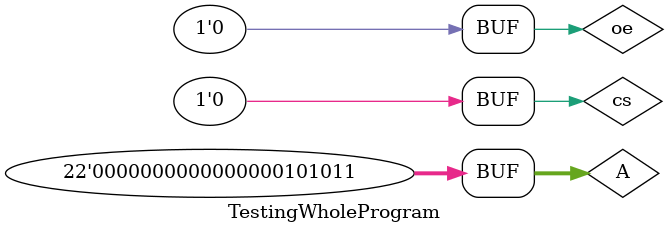
<source format=v>

module TestingWholeProgram;

reg [21:0] A;//block address range 0:1M-1
reg cs,oe;
wire [7:0] DataMC;
wire hit;
wire [7:0] outData;
wire [19:0] wordaddress;

Cache x(A,cs,DataMC,outData,hit); //module Cache(add,cs,din1,dout,h);
Memory y(A,cs,oe,DataMC); //module Memory(A,CS,OE,DoutM);

initial
begin
$monitor("Byte Address=%d %b hit=%b Output=%d",A,A,hit,outData);
A=4; cs=0; oe=0; ////monitor h=0 dout xxxx 
#5
A=5; cs=0; oe=0; ////monitor h=1 dout 23 
#5
A=16388; cs=0; oe=0; //// monitor h=0 dout xxx
#5
A=16391; cs=0; oe=0;
#5
A=42; cs=0; oe=0;  ///monitor h=0 dout=xxx
#5
A=43; cs=0; oe=0;
end

endmodule

</source>
